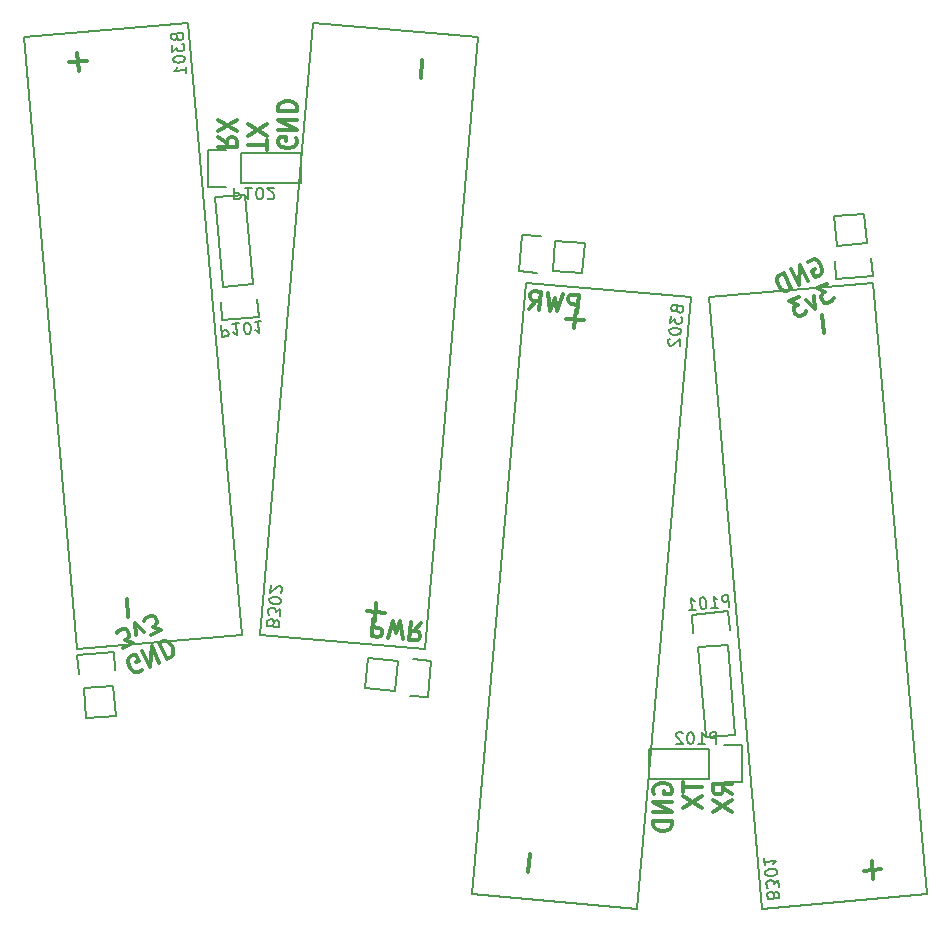
<source format=gbo>
%MOIN*%
%OFA0B0*%
%FSLAX46Y46*%
%IPPOS*%
%LPD*%
%ADD10C,0.0039370078740157488*%
%ADD11C,0.011811023622047244*%
%ADD12C,0.005905511811023622*%
%ADD23C,0.0039370078740157488*%
%ADD24C,0.011811023622047244*%
%ADD25C,0.005905511811023622*%
G01*
D10*
D11*
X0002486614Y0000876265D02*
X0002483614Y0000881889D01*
X0002483614Y0000890326D01*
X0002486614Y0000898762D01*
X0002492613Y0000904386D01*
X0002498612Y0000907199D01*
X0002510611Y0000910011D01*
X0002519610Y0000910011D01*
X0002531608Y0000907199D01*
X0002537607Y0000904386D01*
X0002543607Y0000898762D01*
X0002546606Y0000890326D01*
X0002546606Y0000884701D01*
X0002543607Y0000876265D01*
X0002540607Y0000873453D01*
X0002519610Y0000873453D01*
X0002519610Y0000884701D01*
X0002546606Y0000848143D02*
X0002483614Y0000848143D01*
X0002546606Y0000814398D01*
X0002483614Y0000814398D01*
X0002546606Y0000786276D02*
X0002483614Y0000786276D01*
X0002483614Y0000772215D01*
X0002486614Y0000763779D01*
X0002492613Y0000758155D01*
X0002498612Y0000755343D01*
X0002510611Y0000752530D01*
X0002519610Y0000752530D01*
X0002531608Y0000755343D01*
X0002537607Y0000758155D01*
X0002543607Y0000763779D01*
X0002546606Y0000772215D01*
X0002546606Y0000786276D01*
X0002583614Y0000915635D02*
X0002583614Y0000881889D01*
X0002646606Y0000898762D02*
X0002583614Y0000898762D01*
X0002583614Y0000867828D02*
X0002646606Y0000828458D01*
X0002583614Y0000828458D02*
X0002646606Y0000867828D01*
X0002746606Y0000873453D02*
X0002716610Y0000893138D01*
X0002746606Y0000907199D02*
X0002683614Y0000907199D01*
X0002683614Y0000884701D01*
X0002686614Y0000879077D01*
X0002689613Y0000876265D01*
X0002695613Y0000873453D01*
X0002704611Y0000873453D01*
X0002710611Y0000876265D01*
X0002713610Y0000879077D01*
X0002716610Y0000884701D01*
X0002716610Y0000907199D01*
X0002683614Y0000853768D02*
X0002746606Y0000814398D01*
X0002683614Y0000814398D02*
X0002746606Y0000853768D01*
X0002229655Y0002478334D02*
X0002234802Y0002537165D01*
X0002212390Y0002539125D01*
X0002206542Y0002536814D01*
X0002203496Y0002534258D01*
X0002200204Y0002528900D01*
X0002199469Y0002520496D01*
X0002201780Y0002514647D01*
X0002204337Y0002511601D01*
X0002209694Y0002508309D01*
X0002232106Y0002506349D01*
X0002181574Y0002541821D02*
X0002162420Y0002484216D01*
X0002154891Y0002527218D01*
X0002140009Y0002486177D01*
X0002131148Y0002546233D01*
X0002069972Y0002492305D02*
X0002092033Y0002518603D01*
X0002103590Y0002489363D02*
X0002108737Y0002548194D01*
X0002086325Y0002550155D01*
X0002080477Y0002547843D01*
X0002077431Y0002545287D01*
X0002074139Y0002539929D01*
X0002073404Y0002531525D01*
X0002075715Y0002525677D01*
X0002078271Y0002522630D01*
X0002083629Y0002519339D01*
X0002106041Y0002517378D01*
X0003000459Y0002647649D02*
X0003004368Y0002652574D01*
X0003012014Y0002656140D01*
X0003020848Y0002657157D01*
X0003028323Y0002654436D01*
X0003033248Y0002650527D01*
X0003040551Y0002641521D01*
X0003044116Y0002633875D01*
X0003046322Y0002622492D01*
X0003046150Y0002616206D01*
X0003043429Y0002608732D01*
X0003036972Y0002602618D01*
X0003031874Y0002600241D01*
X0003023040Y0002599224D01*
X0003019303Y0002600584D01*
X0003010984Y0002618425D01*
X0003021178Y0002623179D01*
X0002998742Y0002584791D02*
X0002973784Y0002638313D01*
X0002968158Y0002570529D01*
X0002943200Y0002624051D01*
X0002942671Y0002558644D02*
X0002917713Y0002612167D01*
X0002904970Y0002606224D01*
X0002898512Y0002600110D01*
X0002895792Y0002592636D01*
X0002895620Y0002586350D01*
X0002897825Y0002574967D01*
X0002901391Y0002567321D01*
X0002908693Y0002558315D01*
X0002913619Y0002554406D01*
X0002921093Y0002551685D01*
X0002929928Y0002552702D01*
X0002942671Y0002558644D01*
X0003062141Y0002575258D02*
X0003029008Y0002559808D01*
X0003056357Y0002547738D01*
X0003048711Y0002544173D01*
X0003044802Y0002539247D01*
X0003043442Y0002535510D01*
X0003043270Y0002529224D01*
X0003049212Y0002516481D01*
X0003054138Y0002512572D01*
X0003057875Y0002511212D01*
X0003064161Y0002511040D01*
X0003079453Y0002518171D01*
X0003083362Y0002523096D01*
X0003084722Y0002526833D01*
X0003019487Y0002533648D02*
X0003023382Y0002492024D01*
X0002994000Y0002521764D01*
X0002970389Y0002532473D02*
X0002937256Y0002517023D01*
X0002964605Y0002504953D01*
X0002956959Y0002501388D01*
X0002953050Y0002496462D01*
X0002951690Y0002492725D01*
X0002951518Y0002486439D01*
X0002957460Y0002473696D01*
X0002962386Y0002469787D01*
X0002966123Y0002468427D01*
X0002972409Y0002468255D01*
X0002987701Y0002475386D01*
X0002991610Y0002480312D01*
X0002992970Y0002484049D01*
D12*
X0003395252Y0000539725D02*
X0003216823Y0002579179D01*
X0003216823Y0002579179D02*
X0002667739Y0002531140D01*
X0002667739Y0002531140D02*
X0002846168Y0000491686D01*
X0002846168Y0000491686D02*
X0003395252Y0000539725D01*
X0002046889Y0002739338D02*
X0002107680Y0002734019D01*
X0002256149Y0002709964D02*
X0002156529Y0002718680D01*
X0002156529Y0002718680D02*
X0002147814Y0002619060D01*
X0002097043Y0002612436D02*
X0002036252Y0002617755D01*
X0002036252Y0002617755D02*
X0002046889Y0002739338D01*
X0002147814Y0002619060D02*
X0002247433Y0002610345D01*
X0002247433Y0002610345D02*
X0002256149Y0002709964D01*
X0002731332Y0001371870D02*
X0002757479Y0001073012D01*
X0002631713Y0001363155D02*
X0002657860Y0001064296D01*
X0002611055Y0001472795D02*
X0002616373Y0001412004D01*
X0002757479Y0001073012D02*
X0002657860Y0001064296D01*
X0002631713Y0001363155D02*
X0002731332Y0001371870D01*
X0002737956Y0001422641D02*
X0002732638Y0001483432D01*
X0002732638Y0001483432D02*
X0002611055Y0001472795D01*
X0003195058Y0002710073D02*
X0003186342Y0002809692D01*
X0003215716Y0002600432D02*
X0003210397Y0002661224D01*
X0003195058Y0002710073D02*
X0003095438Y0002701357D01*
X0003088814Y0002650586D02*
X0003094133Y0002589795D01*
X0003094133Y0002589795D02*
X0003215716Y0002600432D01*
X0003095438Y0002701357D02*
X0003086723Y0002800976D01*
X0003086723Y0002800976D02*
X0003186342Y0002809692D01*
X0002669685Y0000926377D02*
X0002469685Y0000926377D01*
X0002469685Y0000926377D02*
X0002469685Y0001026377D01*
X0002469685Y0001026377D02*
X0002669685Y0001026377D01*
X0002780708Y0001037401D02*
X0002719685Y0001037401D01*
X0002669685Y0001026377D02*
X0002669685Y0000926377D01*
X0002719685Y0000915354D02*
X0002780708Y0000915354D01*
X0002780708Y0000915354D02*
X0002780708Y0001037401D01*
X0002058604Y0002579179D02*
X0001880175Y0000539725D01*
X0001880175Y0000539725D02*
X0002429259Y0000491686D01*
X0002429259Y0000491686D02*
X0002607688Y0002531140D01*
X0002607688Y0002531140D02*
X0002058604Y0002579179D01*
X0002884268Y0000540186D02*
X0002881911Y0000545626D01*
X0002879880Y0000547330D01*
X0002875981Y0000548871D01*
X0002870378Y0000548380D01*
X0002866806Y0000546186D01*
X0002865102Y0000544155D01*
X0002863561Y0000540256D01*
X0002864868Y0000525315D01*
X0002904089Y0000528747D01*
X0002902945Y0000541820D01*
X0002900750Y0000545392D01*
X0002898719Y0000547096D01*
X0002894821Y0000548637D01*
X0002891085Y0000548310D01*
X0002887514Y0000546116D01*
X0002885809Y0000544085D01*
X0002884268Y0000540186D01*
X0002885412Y0000527113D01*
X0002900984Y0000564232D02*
X0002898860Y0000588511D01*
X0002885063Y0000574130D01*
X0002884572Y0000579733D01*
X0002882378Y0000583305D01*
X0002880347Y0000585009D01*
X0002876448Y0000586550D01*
X0002867110Y0000585733D01*
X0002863538Y0000583539D01*
X0002861834Y0000581508D01*
X0002860293Y0000577609D01*
X0002861274Y0000566403D01*
X0002863468Y0000562831D01*
X0002865499Y0000561127D01*
X0002896736Y0000612790D02*
X0002896409Y0000616525D01*
X0002894215Y0000620097D01*
X0002892183Y0000621801D01*
X0002888285Y0000623342D01*
X0002880651Y0000624556D01*
X0002871313Y0000623739D01*
X0002864006Y0000621218D01*
X0002860434Y0000619024D01*
X0002858729Y0000616993D01*
X0002857189Y0000613094D01*
X0002857515Y0000609359D01*
X0002859710Y0000605787D01*
X0002861741Y0000604082D01*
X0002865640Y0000602542D01*
X0002873273Y0000601328D01*
X0002882612Y0000602145D01*
X0002889919Y0000604666D01*
X0002893491Y0000606860D01*
X0002895195Y0000608891D01*
X0002896736Y0000612790D01*
X0002853104Y0000659785D02*
X0002855065Y0000637373D01*
X0002854084Y0000648579D02*
X0002893304Y0000652010D01*
X0002888028Y0000647785D01*
X0002884620Y0000643723D01*
X0002883079Y0000639824D01*
D11*
X0003051902Y0002412126D02*
X0003046674Y0002471890D01*
X0003244134Y0000623611D02*
X0003184369Y0000618383D01*
X0003216866Y0000591115D02*
X0003211637Y0000650879D01*
D12*
X0002736851Y0001498725D02*
X0002733420Y0001537945D01*
X0002718479Y0001536638D01*
X0002714907Y0001534443D01*
X0002713203Y0001532412D01*
X0002711662Y0001528514D01*
X0002712152Y0001522911D01*
X0002714347Y0001519339D01*
X0002716378Y0001517635D01*
X0002720276Y0001516094D01*
X0002735217Y0001517401D01*
X0002677087Y0001493496D02*
X0002699499Y0001495457D01*
X0002688293Y0001494476D02*
X0002684862Y0001533697D01*
X0002689087Y0001528420D01*
X0002693149Y0001525012D01*
X0002697048Y0001523471D01*
X0002649377Y0001530592D02*
X0002645641Y0001530265D01*
X0002642070Y0001528071D01*
X0002640365Y0001526040D01*
X0002638825Y0001522141D01*
X0002637610Y0001514507D01*
X0002638427Y0001505169D01*
X0002640949Y0001497862D01*
X0002643143Y0001494290D01*
X0002645174Y0001492586D01*
X0002649073Y0001491045D01*
X0002652808Y0001491372D01*
X0002656380Y0001493566D01*
X0002658084Y0001495597D01*
X0002659625Y0001499496D01*
X0002660839Y0001507130D01*
X0002660022Y0001516468D01*
X0002657501Y0001523775D01*
X0002655306Y0001527347D01*
X0002653275Y0001529051D01*
X0002649377Y0001530592D01*
X0002602382Y0001486960D02*
X0002624794Y0001488921D01*
X0002613588Y0001487940D02*
X0002610156Y0001527161D01*
X0002614382Y0001521885D01*
X0002618444Y0001518476D01*
X0002622343Y0001516935D01*
X0002694113Y0001041244D02*
X0002694113Y0001080614D01*
X0002679115Y0001080614D01*
X0002675365Y0001078740D01*
X0002673490Y0001076865D01*
X0002671616Y0001073115D01*
X0002671616Y0001067491D01*
X0002673490Y0001063742D01*
X0002675365Y0001061867D01*
X0002679115Y0001059992D01*
X0002694113Y0001059992D01*
X0002634120Y0001041244D02*
X0002656617Y0001041244D01*
X0002645369Y0001041244D02*
X0002645369Y0001080614D01*
X0002649118Y0001074990D01*
X0002652868Y0001071241D01*
X0002656617Y0001069366D01*
X0002609748Y0001080614D02*
X0002605999Y0001080614D01*
X0002602249Y0001078740D01*
X0002600374Y0001076865D01*
X0002598500Y0001073115D01*
X0002596625Y0001065616D01*
X0002596625Y0001056242D01*
X0002598500Y0001048743D01*
X0002600374Y0001044994D01*
X0002602249Y0001043119D01*
X0002605999Y0001041244D01*
X0002609748Y0001041244D01*
X0002613498Y0001043119D01*
X0002615373Y0001044994D01*
X0002617247Y0001048743D01*
X0002619122Y0001056242D01*
X0002619122Y0001065616D01*
X0002617247Y0001073115D01*
X0002615373Y0001076865D01*
X0002613498Y0001078740D01*
X0002609748Y0001080614D01*
X0002581627Y0001076865D02*
X0002579752Y0001078740D01*
X0002576002Y0001080614D01*
X0002566629Y0001080614D01*
X0002562879Y0001078740D01*
X0002561004Y0001076865D01*
X0002559130Y0001073115D01*
X0002559130Y0001069366D01*
X0002561004Y0001063742D01*
X0002583502Y0001041244D01*
X0002559130Y0001041244D01*
X0002561744Y0002489993D02*
X0002563122Y0002484227D01*
X0002564826Y0002482196D01*
X0002568398Y0002480002D01*
X0002574001Y0002479511D01*
X0002577900Y0002481052D01*
X0002579931Y0002482757D01*
X0002582125Y0002486328D01*
X0002583432Y0002501269D01*
X0002544212Y0002504701D01*
X0002543068Y0002491627D01*
X0002544609Y0002487729D01*
X0002546313Y0002485698D01*
X0002549885Y0002483503D01*
X0002553620Y0002483176D01*
X0002557519Y0002484717D01*
X0002559550Y0002486422D01*
X0002561744Y0002489993D01*
X0002562888Y0002503067D01*
X0002541107Y0002469216D02*
X0002538983Y0002444937D01*
X0002555068Y0002456703D01*
X0002554578Y0002451100D01*
X0002556119Y0002447201D01*
X0002557823Y0002445170D01*
X0002561395Y0002442976D01*
X0002570733Y0002442159D01*
X0002574632Y0002443700D01*
X0002576663Y0002445404D01*
X0002578857Y0002448976D01*
X0002579837Y0002460182D01*
X0002578297Y0002464080D01*
X0002576592Y0002466111D01*
X0002536859Y0002420657D02*
X0002536532Y0002416922D01*
X0002538073Y0002413023D01*
X0002539777Y0002410992D01*
X0002543349Y0002408798D01*
X0002550656Y0002406277D01*
X0002559994Y0002405460D01*
X0002567628Y0002406674D01*
X0002571527Y0002408215D01*
X0002573558Y0002409919D01*
X0002575752Y0002413491D01*
X0002576079Y0002417226D01*
X0002574538Y0002421125D01*
X0002572834Y0002423156D01*
X0002569262Y0002425350D01*
X0002561955Y0002427871D01*
X0002552617Y0002428688D01*
X0002544983Y0002427474D01*
X0002541085Y0002425933D01*
X0002539053Y0002424229D01*
X0002536859Y0002420657D01*
X0002538143Y0002392316D02*
X0002536112Y0002390612D01*
X0002533918Y0002387040D01*
X0002533101Y0002377702D01*
X0002534642Y0002373803D01*
X0002536346Y0002371772D01*
X0002539918Y0002369578D01*
X0002543653Y0002369251D01*
X0002549419Y0002370628D01*
X0002573792Y0002391079D01*
X0002571668Y0002366800D01*
D11*
X0002071598Y0000675602D02*
X0002066370Y0000615838D01*
X0002251644Y0002453891D02*
X0002191879Y0002459120D01*
X0002219147Y0002426623D02*
X0002224376Y0002486387D01*
G04 next file*
G04 #@! TF.FileFunction,Legend,Bot*
G04 Gerber Fmt 4.6, Leading zero omitted, Abs format (unit mm)*
G04 Created by KiCad (PCBNEW 4.0.2-stable) date Friday, February 24, 2017 'AMt' 12:00:47 AM*
G01*
G04 APERTURE LIST*
G04 APERTURE END LIST*
D23*
D24*
X0001292913Y0003060742D02*
X0001295912Y0003055118D01*
X0001295912Y0003046681D01*
X0001292913Y0003038245D01*
X0001286914Y0003032620D01*
X0001280914Y0003029808D01*
X0001268916Y0003026996D01*
X0001259917Y0003026996D01*
X0001247919Y0003029808D01*
X0001241919Y0003032620D01*
X0001235920Y0003038245D01*
X0001232920Y0003046681D01*
X0001232920Y0003052305D01*
X0001235920Y0003060742D01*
X0001238920Y0003063554D01*
X0001259917Y0003063554D01*
X0001259917Y0003052305D01*
X0001232920Y0003088863D02*
X0001295912Y0003088863D01*
X0001232920Y0003122609D01*
X0001295912Y0003122609D01*
X0001232920Y0003150731D02*
X0001295912Y0003150731D01*
X0001295912Y0003164791D01*
X0001292913Y0003173228D01*
X0001286914Y0003178852D01*
X0001280914Y0003181664D01*
X0001268916Y0003184476D01*
X0001259917Y0003184476D01*
X0001247919Y0003181664D01*
X0001241919Y0003178852D01*
X0001235920Y0003173228D01*
X0001232920Y0003164791D01*
X0001232920Y0003150731D01*
X0001195912Y0003021372D02*
X0001195912Y0003055118D01*
X0001132920Y0003038245D02*
X0001195912Y0003038245D01*
X0001195912Y0003069178D02*
X0001132920Y0003108548D01*
X0001195912Y0003108548D02*
X0001132920Y0003069178D01*
X0001032920Y0003063554D02*
X0001062917Y0003043869D01*
X0001032920Y0003029808D02*
X0001095912Y0003029808D01*
X0001095912Y0003052305D01*
X0001092913Y0003057930D01*
X0001089913Y0003060742D01*
X0001083914Y0003063554D01*
X0001074915Y0003063554D01*
X0001068916Y0003060742D01*
X0001065916Y0003057930D01*
X0001062917Y0003052305D01*
X0001062917Y0003029808D01*
X0001095912Y0003083239D02*
X0001032920Y0003122609D01*
X0001095912Y0003122609D02*
X0001032920Y0003083239D01*
X0001549872Y0001458673D02*
X0001544725Y0001399842D01*
X0001567136Y0001397882D01*
X0001572984Y0001400193D01*
X0001576031Y0001402749D01*
X0001579322Y0001408107D01*
X0001580058Y0001416511D01*
X0001577746Y0001422359D01*
X0001575190Y0001425406D01*
X0001569832Y0001428698D01*
X0001547421Y0001430658D01*
X0001597952Y0001395186D02*
X0001617106Y0001452790D01*
X0001624636Y0001409788D01*
X0001639518Y0001450830D01*
X0001648378Y0001390774D01*
X0001709554Y0001444702D02*
X0001687493Y0001418404D01*
X0001675937Y0001447643D02*
X0001670790Y0001388813D01*
X0001693201Y0001386852D01*
X0001699049Y0001389164D01*
X0001702096Y0001391720D01*
X0001705388Y0001397078D01*
X0001706123Y0001405482D01*
X0001703812Y0001411330D01*
X0001701255Y0001414377D01*
X0001695897Y0001417668D01*
X0001673486Y0001419629D01*
X0000779067Y0001289358D02*
X0000775159Y0001284432D01*
X0000767513Y0001280867D01*
X0000758678Y0001279850D01*
X0000751204Y0001282571D01*
X0000746278Y0001286480D01*
X0000738976Y0001295486D01*
X0000735410Y0001303132D01*
X0000733205Y0001314515D01*
X0000733377Y0001320801D01*
X0000736097Y0001328275D01*
X0000742555Y0001334389D01*
X0000747652Y0001336766D01*
X0000756487Y0001337783D01*
X0000760224Y0001336423D01*
X0000768543Y0001318582D01*
X0000758348Y0001313828D01*
X0000780785Y0001352216D02*
X0000805743Y0001298694D01*
X0000811369Y0001366478D01*
X0000836327Y0001312956D01*
X0000836856Y0001378362D02*
X0000861813Y0001324840D01*
X0000874557Y0001330783D01*
X0000881014Y0001336897D01*
X0000883735Y0001344371D01*
X0000883907Y0001350657D01*
X0000881701Y0001362040D01*
X0000878136Y0001369686D01*
X0000870833Y0001378692D01*
X0000865908Y0001382601D01*
X0000858433Y0001385321D01*
X0000849599Y0001384305D01*
X0000836856Y0001378362D01*
X0000717385Y0001361749D02*
X0000750518Y0001377199D01*
X0000723170Y0001389269D01*
X0000730816Y0001392834D01*
X0000734725Y0001397760D01*
X0000736085Y0001401497D01*
X0000736257Y0001407783D01*
X0000730314Y0001420526D01*
X0000725389Y0001424435D01*
X0000721652Y0001425795D01*
X0000715366Y0001425967D01*
X0000700074Y0001418836D01*
X0000696165Y0001413911D01*
X0000694805Y0001410173D01*
X0000760040Y0001403359D02*
X0000756144Y0001444982D01*
X0000785526Y0001415243D01*
X0000809138Y0001404533D02*
X0000842270Y0001419983D01*
X0000814922Y0001432054D01*
X0000822568Y0001435619D01*
X0000826477Y0001440545D01*
X0000827837Y0001444282D01*
X0000828009Y0001450567D01*
X0000822066Y0001463311D01*
X0000817141Y0001467220D01*
X0000813404Y0001468580D01*
X0000807118Y0001468752D01*
X0000791826Y0001461621D01*
X0000787917Y0001456695D01*
X0000786557Y0001452958D01*
D25*
X0000384275Y0003397282D02*
X0000562704Y0001357828D01*
X0000562704Y0001357828D02*
X0001111787Y0001405867D01*
X0001111787Y0001405867D02*
X0000933358Y0003445320D01*
X0000933358Y0003445320D02*
X0000384275Y0003397282D01*
X0001732638Y0001197669D02*
X0001671846Y0001202988D01*
X0001523378Y0001227043D02*
X0001622997Y0001218327D01*
X0001622997Y0001218327D02*
X0001631713Y0001317947D01*
X0001682483Y0001324570D02*
X0001743275Y0001319252D01*
X0001743275Y0001319252D02*
X0001732638Y0001197669D01*
X0001631713Y0001317947D02*
X0001532093Y0001326662D01*
X0001532093Y0001326662D02*
X0001523378Y0001227043D01*
X0001048194Y0002565136D02*
X0001022047Y0002863995D01*
X0001147814Y0002573852D02*
X0001121667Y0002872710D01*
X0001168472Y0002464212D02*
X0001163153Y0002525003D01*
X0001022047Y0002863995D02*
X0001121667Y0002872710D01*
X0001147814Y0002573852D02*
X0001048194Y0002565136D01*
X0001041570Y0002514366D02*
X0001046889Y0002453575D01*
X0001046889Y0002453575D02*
X0001168472Y0002464212D01*
X0000584469Y0001226934D02*
X0000593184Y0001127315D01*
X0000563811Y0001336575D02*
X0000569129Y0001275783D01*
X0000584469Y0001226934D02*
X0000684088Y0001235650D01*
X0000690712Y0001286420D02*
X0000685394Y0001347212D01*
X0000685394Y0001347212D02*
X0000563811Y0001336575D01*
X0000684088Y0001235650D02*
X0000692804Y0001136030D01*
X0000692804Y0001136030D02*
X0000593184Y0001127315D01*
X0001109842Y0003010629D02*
X0001309842Y0003010629D01*
X0001309842Y0003010629D02*
X0001309842Y0002910629D01*
X0001309842Y0002910629D02*
X0001109842Y0002910629D01*
X0000998818Y0002899606D02*
X0001059842Y0002899606D01*
X0001109842Y0002910629D02*
X0001109842Y0003010629D01*
X0001059842Y0003021653D02*
X0000998818Y0003021653D01*
X0000998818Y0003021653D02*
X0000998818Y0002899606D01*
X0001720923Y0001357828D02*
X0001899352Y0003397282D01*
X0001899352Y0003397282D02*
X0001350268Y0003445320D01*
X0001350268Y0003445320D02*
X0001171839Y0001405867D01*
X0001171839Y0001405867D02*
X0001720923Y0001357828D01*
X0000895258Y0003396821D02*
X0000897616Y0003391381D01*
X0000899647Y0003389677D01*
X0000903546Y0003388136D01*
X0000909149Y0003388626D01*
X0000912720Y0003390821D01*
X0000914425Y0003392852D01*
X0000915965Y0003396751D01*
X0000914658Y0003411692D01*
X0000875438Y0003408260D01*
X0000876582Y0003395187D01*
X0000878776Y0003391615D01*
X0000880807Y0003389911D01*
X0000884706Y0003388370D01*
X0000888441Y0003388697D01*
X0000892013Y0003390891D01*
X0000893717Y0003392922D01*
X0000895258Y0003396821D01*
X0000894114Y0003409894D01*
X0000878543Y0003372775D02*
X0000880667Y0003348496D01*
X0000894464Y0003362877D01*
X0000894954Y0003357274D01*
X0000897149Y0003353702D01*
X0000899180Y0003351998D01*
X0000903078Y0003350457D01*
X0000912416Y0003351274D01*
X0000915988Y0003353468D01*
X0000917693Y0003355499D01*
X0000919233Y0003359398D01*
X0000918253Y0003370604D01*
X0000916059Y0003374176D01*
X0000914028Y0003375880D01*
X0000882791Y0003324217D02*
X0000883118Y0003320482D01*
X0000885312Y0003316910D01*
X0000887343Y0003315206D01*
X0000891242Y0003313665D01*
X0000898876Y0003312451D01*
X0000908214Y0003313268D01*
X0000915521Y0003315789D01*
X0000919093Y0003317983D01*
X0000920797Y0003320014D01*
X0000922338Y0003323913D01*
X0000922011Y0003327648D01*
X0000919817Y0003331220D01*
X0000917786Y0003332924D01*
X0000913887Y0003334465D01*
X0000906253Y0003335679D01*
X0000896915Y0003334862D01*
X0000889608Y0003332341D01*
X0000886036Y0003330147D01*
X0000884332Y0003328116D01*
X0000882791Y0003324217D01*
X0000926423Y0003277222D02*
X0000924462Y0003299634D01*
X0000925442Y0003288428D02*
X0000886222Y0003284997D01*
X0000891498Y0003289222D01*
X0000894907Y0003293284D01*
X0000896448Y0003297183D01*
D24*
X0000727624Y0001524881D02*
X0000732853Y0001465117D01*
X0000535393Y0003313396D02*
X0000595157Y0003318624D01*
X0000562661Y0003345892D02*
X0000567889Y0003286128D01*
D25*
X0001042675Y0002438282D02*
X0001046106Y0002399062D01*
X0001061047Y0002400369D01*
X0001064619Y0002402564D01*
X0001066324Y0002404595D01*
X0001067864Y0002408493D01*
X0001067374Y0002414096D01*
X0001065180Y0002417668D01*
X0001063149Y0002419372D01*
X0001059250Y0002420913D01*
X0001044309Y0002419606D01*
X0001102439Y0002443511D02*
X0001080028Y0002441550D01*
X0001091234Y0002442531D02*
X0001094665Y0002403310D01*
X0001090439Y0002408586D01*
X0001086377Y0002411995D01*
X0001082479Y0002413536D01*
X0001130150Y0002406415D02*
X0001133885Y0002406742D01*
X0001137457Y0002408936D01*
X0001139161Y0002410967D01*
X0001140702Y0002414866D01*
X0001141916Y0002422500D01*
X0001141099Y0002431838D01*
X0001138578Y0002439145D01*
X0001136383Y0002442717D01*
X0001134352Y0002444421D01*
X0001130454Y0002445962D01*
X0001126719Y0002445635D01*
X0001123147Y0002443441D01*
X0001121442Y0002441410D01*
X0001119902Y0002437511D01*
X0001118688Y0002429877D01*
X0001119505Y0002420539D01*
X0001122026Y0002413232D01*
X0001124220Y0002409660D01*
X0001126251Y0002407956D01*
X0001130150Y0002406415D01*
X0001177145Y0002450047D02*
X0001154733Y0002448086D01*
X0001165939Y0002449066D02*
X0001169370Y0002409846D01*
X0001165145Y0002415122D01*
X0001161083Y0002418531D01*
X0001157184Y0002420072D01*
X0001085414Y0002895763D02*
X0001085414Y0002856392D01*
X0001100412Y0002856392D01*
X0001104162Y0002858267D01*
X0001106036Y0002860142D01*
X0001107911Y0002863891D01*
X0001107911Y0002869516D01*
X0001106036Y0002873265D01*
X0001104162Y0002875140D01*
X0001100412Y0002877015D01*
X0001085414Y0002877015D01*
X0001145406Y0002895763D02*
X0001122909Y0002895763D01*
X0001134158Y0002895763D02*
X0001134158Y0002856392D01*
X0001130408Y0002862017D01*
X0001126659Y0002865766D01*
X0001122909Y0002867641D01*
X0001169778Y0002856392D02*
X0001173528Y0002856392D01*
X0001177277Y0002858267D01*
X0001179152Y0002860142D01*
X0001181027Y0002863891D01*
X0001182902Y0002871391D01*
X0001182902Y0002880764D01*
X0001181027Y0002888263D01*
X0001179152Y0002892013D01*
X0001177277Y0002893888D01*
X0001173528Y0002895763D01*
X0001169778Y0002895763D01*
X0001166029Y0002893888D01*
X0001164154Y0002892013D01*
X0001162279Y0002888263D01*
X0001160404Y0002880764D01*
X0001160404Y0002871391D01*
X0001162279Y0002863891D01*
X0001164154Y0002860142D01*
X0001166029Y0002858267D01*
X0001169778Y0002856392D01*
X0001197900Y0002860142D02*
X0001199775Y0002858267D01*
X0001203524Y0002856392D01*
X0001212898Y0002856392D01*
X0001216647Y0002858267D01*
X0001218522Y0002860142D01*
X0001220397Y0002863891D01*
X0001220397Y0002867641D01*
X0001218522Y0002873265D01*
X0001196025Y0002895763D01*
X0001220397Y0002895763D01*
X0001217782Y0001447014D02*
X0001216405Y0001452780D01*
X0001214700Y0001454811D01*
X0001211129Y0001457005D01*
X0001205526Y0001457495D01*
X0001201627Y0001455955D01*
X0001199596Y0001454250D01*
X0001197402Y0001450679D01*
X0001196094Y0001435737D01*
X0001235315Y0001432306D01*
X0001236458Y0001445380D01*
X0001234918Y0001449278D01*
X0001233213Y0001451309D01*
X0001229642Y0001453504D01*
X0001225906Y0001453830D01*
X0001222008Y0001452290D01*
X0001219977Y0001450585D01*
X0001217782Y0001447014D01*
X0001216638Y0001433940D01*
X0001238419Y0001467791D02*
X0001240543Y0001492070D01*
X0001224459Y0001480304D01*
X0001224949Y0001485907D01*
X0001223408Y0001489806D01*
X0001221704Y0001491837D01*
X0001218132Y0001494031D01*
X0001208794Y0001494848D01*
X0001204895Y0001493307D01*
X0001202864Y0001491603D01*
X0001200670Y0001488031D01*
X0001199689Y0001476825D01*
X0001201230Y0001472927D01*
X0001202934Y0001470896D01*
X0001242668Y0001516350D02*
X0001242994Y0001520085D01*
X0001241453Y0001523983D01*
X0001239749Y0001526015D01*
X0001236177Y0001528209D01*
X0001228870Y0001530730D01*
X0001219532Y0001531547D01*
X0001211898Y0001530333D01*
X0001208000Y0001528792D01*
X0001205968Y0001527088D01*
X0001203774Y0001523516D01*
X0001203447Y0001519781D01*
X0001204988Y0001515882D01*
X0001206692Y0001513851D01*
X0001210264Y0001511657D01*
X0001217571Y0001509136D01*
X0001226910Y0001508319D01*
X0001234543Y0001509533D01*
X0001238442Y0001511073D01*
X0001240473Y0001512778D01*
X0001242668Y0001516350D01*
X0001241383Y0001544691D02*
X0001243414Y0001546395D01*
X0001245609Y0001549967D01*
X0001246426Y0001559305D01*
X0001244885Y0001563204D01*
X0001243181Y0001565235D01*
X0001239609Y0001567429D01*
X0001235873Y0001567756D01*
X0001230107Y0001566379D01*
X0001205735Y0001545928D01*
X0001207859Y0001570207D01*
D24*
X0001707928Y0003261405D02*
X0001713157Y0003321169D01*
X0001527883Y0001483116D02*
X0001587647Y0001477887D01*
X0001560379Y0001510384D02*
X0001555151Y0001450619D01*
M02*
</source>
